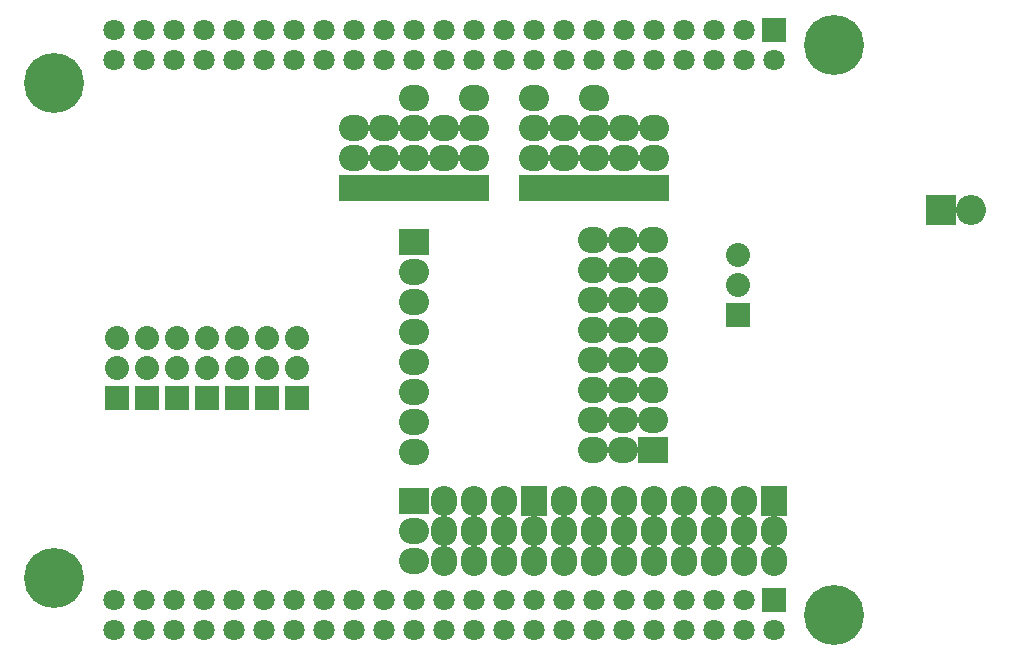
<source format=gbs>
G04 #@! TF.FileFunction,Soldermask,Bot*
%FSLAX46Y46*%
G04 Gerber Fmt 4.6, Leading zero omitted, Abs format (unit mm)*
G04 Created by KiCad (PCBNEW (after 2015-mar-04 BZR unknown)-product) date 1/2/2016 5:44:32 PM*
%MOMM*%
G01*
G04 APERTURE LIST*
%ADD10C,0.150000*%
%ADD11R,2.032000X2.032000*%
%ADD12C,2.032000*%
%ADD13R,2.540000X2.235200*%
%ADD14O,2.540000X2.235200*%
%ADD15C,5.080000*%
%ADD16R,2.159000X2.159000*%
%ADD17C,1.808480*%
%ADD18R,2.540000X2.540000*%
%ADD19O,2.540000X2.540000*%
%ADD20R,2.235200X2.540000*%
%ADD21O,2.235200X2.540000*%
G04 APERTURE END LIST*
D10*
D11*
X23749000Y-33020000D03*
D12*
X23749000Y-30480000D03*
X23749000Y-27940000D03*
D11*
X26289000Y-33020000D03*
D12*
X26289000Y-30480000D03*
X26289000Y-27940000D03*
D11*
X21209000Y-33020000D03*
D12*
X21209000Y-30480000D03*
X21209000Y-27940000D03*
D11*
X13589000Y-33020000D03*
D12*
X13589000Y-30480000D03*
X13589000Y-27940000D03*
D11*
X11049000Y-33020000D03*
D12*
X11049000Y-30480000D03*
X11049000Y-27940000D03*
D11*
X16129000Y-33020000D03*
D12*
X16129000Y-30480000D03*
X16129000Y-27940000D03*
D11*
X18669000Y-33020000D03*
D12*
X18669000Y-30480000D03*
X18669000Y-27940000D03*
D11*
X63627000Y-26035000D03*
D12*
X63627000Y-23495000D03*
X63627000Y-20955000D03*
D13*
X36195000Y-19812000D03*
D14*
X36195000Y-22352000D03*
X36195000Y-24892000D03*
X36195000Y-27432000D03*
X36195000Y-29972000D03*
X36195000Y-32512000D03*
X36195000Y-35052000D03*
X36195000Y-37592000D03*
D13*
X36195000Y-41783000D03*
D14*
X36195000Y-44323000D03*
X36195000Y-46863000D03*
D13*
X36195000Y-15240000D03*
D14*
X36195000Y-12700000D03*
X36195000Y-10160000D03*
X36195000Y-7620000D03*
D13*
X51435000Y-15240000D03*
D14*
X51435000Y-12700000D03*
X51435000Y-10160000D03*
X51435000Y-7620000D03*
D13*
X46355000Y-15240000D03*
D14*
X46355000Y-12700000D03*
X46355000Y-10160000D03*
X46355000Y-7620000D03*
D13*
X41275000Y-15240000D03*
D14*
X41275000Y-12700000D03*
X41275000Y-10160000D03*
X41275000Y-7620000D03*
D13*
X48895000Y-15240000D03*
D14*
X48895000Y-12700000D03*
X48895000Y-10160000D03*
D13*
X38735000Y-15240000D03*
D14*
X38735000Y-12700000D03*
X38735000Y-10160000D03*
D13*
X33655000Y-15240000D03*
D14*
X33655000Y-12700000D03*
X33655000Y-10160000D03*
D13*
X56515000Y-15240000D03*
D14*
X56515000Y-12700000D03*
X56515000Y-10160000D03*
D13*
X53975000Y-15240000D03*
D14*
X53975000Y-12700000D03*
X53975000Y-10160000D03*
D13*
X31115000Y-15240000D03*
D14*
X31115000Y-12700000D03*
X31115000Y-10160000D03*
D15*
X5715000Y-6350000D03*
X71755000Y-3175000D03*
X71755000Y-51435000D03*
X5715000Y-48260000D03*
D16*
X66675000Y-1905000D03*
D17*
X66675000Y-4445000D03*
X64135000Y-1905000D03*
X64135000Y-4445000D03*
X61595000Y-1905000D03*
X61595000Y-4445000D03*
X59055000Y-1905000D03*
X59055000Y-4445000D03*
X56515000Y-1905000D03*
X56515000Y-4445000D03*
X53975000Y-1905000D03*
X53975000Y-4445000D03*
X51435000Y-1905000D03*
X51435000Y-4445000D03*
X48895000Y-1905000D03*
X48895000Y-4445000D03*
X46355000Y-1905000D03*
X46355000Y-4445000D03*
X43815000Y-1905000D03*
X43815000Y-4445000D03*
X41275000Y-1905000D03*
X41275000Y-4445000D03*
X38735000Y-1905000D03*
X38735000Y-4445000D03*
X36195000Y-1905000D03*
X36195000Y-4445000D03*
X33655000Y-1905000D03*
X33655000Y-4445000D03*
X31115000Y-1905000D03*
X31115000Y-4445000D03*
X28575000Y-1905000D03*
X28575000Y-4445000D03*
X26035000Y-1905000D03*
X26035000Y-4445000D03*
X23495000Y-1905000D03*
X23495000Y-4445000D03*
X20955000Y-1905000D03*
X20955000Y-4445000D03*
X18415000Y-1905000D03*
X18415000Y-4445000D03*
X15875000Y-1905000D03*
X15875000Y-4445000D03*
X13335000Y-1905000D03*
X13335000Y-4445000D03*
X10795000Y-1905000D03*
X10795000Y-4445000D03*
D16*
X66675000Y-50165000D03*
D17*
X66675000Y-52705000D03*
X64135000Y-50165000D03*
X64135000Y-52705000D03*
X61595000Y-50165000D03*
X61595000Y-52705000D03*
X59055000Y-50165000D03*
X59055000Y-52705000D03*
X56515000Y-50165000D03*
X56515000Y-52705000D03*
X53975000Y-50165000D03*
X53975000Y-52705000D03*
X51435000Y-50165000D03*
X51435000Y-52705000D03*
X48895000Y-50165000D03*
X48895000Y-52705000D03*
X46355000Y-50165000D03*
X46355000Y-52705000D03*
X43815000Y-50165000D03*
X43815000Y-52705000D03*
X41275000Y-50165000D03*
X41275000Y-52705000D03*
X38735000Y-50165000D03*
X38735000Y-52705000D03*
X36195000Y-50165000D03*
X36195000Y-52705000D03*
X33655000Y-50165000D03*
X33655000Y-52705000D03*
X31115000Y-50165000D03*
X31115000Y-52705000D03*
X28575000Y-50165000D03*
X28575000Y-52705000D03*
X26035000Y-50165000D03*
X26035000Y-52705000D03*
X23495000Y-50165000D03*
X23495000Y-52705000D03*
X20955000Y-50165000D03*
X20955000Y-52705000D03*
X18415000Y-50165000D03*
X18415000Y-52705000D03*
X15875000Y-50165000D03*
X15875000Y-52705000D03*
X13335000Y-50165000D03*
X13335000Y-52705000D03*
X10795000Y-50165000D03*
X10795000Y-52705000D03*
D18*
X80772000Y-17145000D03*
D19*
X83312000Y-17145000D03*
D13*
X56388000Y-37465000D03*
D14*
X53848000Y-37465000D03*
X51308000Y-37465000D03*
X56388000Y-34925000D03*
X53848000Y-34925000D03*
X51308000Y-34925000D03*
X56388000Y-32385000D03*
X53848000Y-32385000D03*
X51308000Y-32385000D03*
X56388000Y-29845000D03*
X53848000Y-29845000D03*
X51308000Y-29845000D03*
X56388000Y-27305000D03*
X53848000Y-27305000D03*
X51308000Y-27305000D03*
X56388000Y-24765000D03*
X53848000Y-24765000D03*
X51308000Y-24765000D03*
X56388000Y-22225000D03*
X53848000Y-22225000D03*
X51308000Y-22225000D03*
X56388000Y-19685000D03*
X53848000Y-19685000D03*
X51308000Y-19685000D03*
D20*
X66675000Y-41783000D03*
D21*
X66675000Y-44323000D03*
X66675000Y-46863000D03*
X64135000Y-41783000D03*
X64135000Y-44323000D03*
X64135000Y-46863000D03*
X61595000Y-41783000D03*
X61595000Y-44323000D03*
X61595000Y-46863000D03*
X59055000Y-41783000D03*
X59055000Y-44323000D03*
X59055000Y-46863000D03*
X56515000Y-41783000D03*
X56515000Y-44323000D03*
X56515000Y-46863000D03*
X53975000Y-41783000D03*
X53975000Y-44323000D03*
X53975000Y-46863000D03*
X51435000Y-41783000D03*
X51435000Y-44323000D03*
X51435000Y-46863000D03*
X48895000Y-41783000D03*
X48895000Y-44323000D03*
X48895000Y-46863000D03*
D20*
X46355000Y-41783000D03*
D21*
X46355000Y-44323000D03*
X46355000Y-46863000D03*
X43815000Y-41783000D03*
X43815000Y-44323000D03*
X43815000Y-46863000D03*
X41275000Y-41783000D03*
X41275000Y-44323000D03*
X41275000Y-46863000D03*
X38735000Y-41783000D03*
X38735000Y-44323000D03*
X38735000Y-46863000D03*
M02*

</source>
